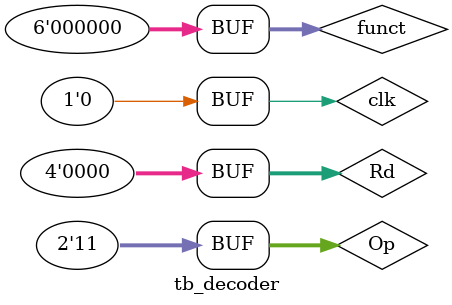
<source format=sv>
module tb_decoder();
	logic clk;
	logic [1:0] Op;
	logic [5:0] funct;
	logic [3:0] Rd;
	logic[1:0] FlagW;
	logic PCS,RegW,MemW,NoWrite,MemtoReg,ALUSrc;
	logic [1:0] immSrc,RegSrc;
	logic [3:0]ALUControl;
	// instantiate device to be tested 
	decoder dut(Op, funct,
					  Rd,FlagW,PCS,
					  RegW,MemW,NoWrite,
					  MemtoReg,ALUSrc,immSrc,
					  RegSrc,ALUControl);
	// initialize test
	initial begin
		clk <= 0;
	end
	always 
		begin 
			clk <= 1; 
			# 5;
			clk <= 0; 
			# 5;
		end
		
	 always
		begin
			//ADD R0, R1, #42
			//313029282726252423222120191817161514131211109876543210
			//1 1 1 0 0 0 1 0 1 0 0 0 0 0 0 1 0 0 0 0 0 0 0000101010
			Op      =  2'b00;
			funct   =  6'b101000;
			Rd      =  4'b0000;
			# 10;
			//CMP R1, R2
			//11100001010100010000000000000010
			Op      =  2'b00;
			funct   =  6'b010101;
			Rd      =  4'b0000;
			# 10;	
			//SUB R2, R3, #0xFF0
			//11100010010000110010111011111111
			Op      =  2'b01;
			funct   =  6'b000000;
			Rd      =  4'b0000;
			//SUB R2, R3, #0xFF0
			//11100010010000110010111011111111
			Op      =  2'b01;
			funct   =  6'b100000;
			Rd      =  4'b0000;
			# 10;
			//SUB R2, R3, #0xFF0
			//11100010010000110010111011111111
			Op      =  2'b10;
			funct   =  6'b000000;
			Rd      =  4'b0000;
			# 10;	
			//SUB R2, R3, #0xFF0
			//11100010010000110010111011111111
			Op      =  2'b11;
			funct   =  6'b000000;
			Rd      =  4'b0000;
			# 10;
		end


endmodule



</source>
